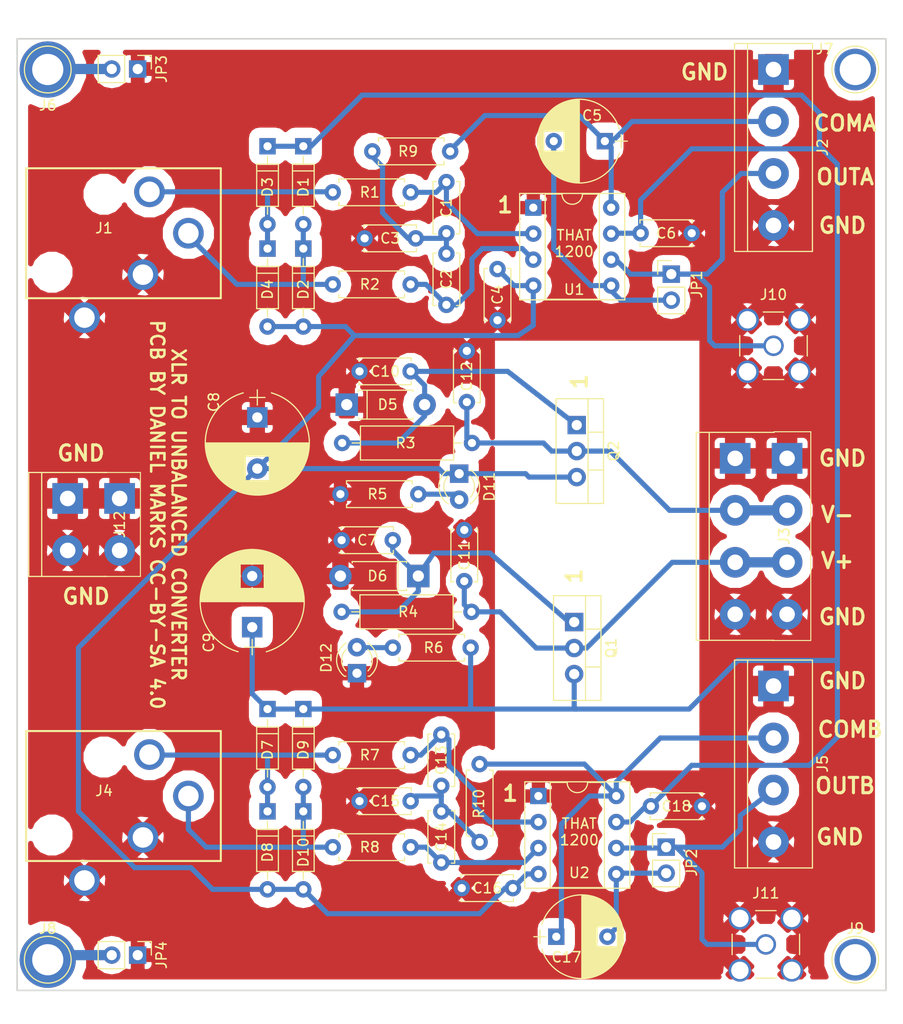
<source format=kicad_pcb>
(kicad_pcb (version 4) (host pcbnew 4.0.7)
  (layers (0 F.Cu signal) (31 B.Cu signal) (34 B.Paste user) (35 F.Paste user) (36 B.SilkS user) (37 F.SilkS user) (38 B.Mask user) (39 F.Mask user) (44 Edge.Cuts user))
  (net 0 "")
  (net 1 "Net-(C1-Pad1)")
  (net 2 "Net-(C1-Pad2)")
  (net 3 "Net-(C2-Pad1)")
  (net 4 GND)
  (net 5 VEE)
  (net 6 "Net-(C5-Pad1)")
  (net 7 "Net-(C5-Pad2)")
  (net 8 "Net-(C7-Pad2)")
  (net 9 "Net-(D1-Pad2)")
  (net 10 VCC)
  (net 11 "Net-(C10-Pad1)")
  (net 12 "Net-(D3-Pad2)")
  (net 13 "Net-(C11-Pad2)")
  (net 14 "Net-(C12-Pad1)")
  (net 15 "Net-(C13-Pad1)")
  (net 16 "Net-(C13-Pad2)")
  (net 17 "Net-(C14-Pad1)")
  (net 18 "Net-(C17-Pad1)")
  (net 19 "Net-(C17-Pad2)")
  (net 20 "Net-(D7-Pad2)")
  (net 21 "Net-(D10-Pad1)")
  (net 22 "Net-(J10-Pad1)")
  (net 23 "Net-(J11-Pad1)")
  (net 24 "Net-(D11-Pad2)")
  (net 25 "Net-(D12-Pad2)")
  (net 26 "Net-(J6-Pad1)")
  (net 27 "Net-(J8-Pad1)")
  (module Capacitors_THT:C_Disc_D5.0mm_W2.5mm_P5.00mm (layer F.Cu) (at 144 78 90)
    (fp_text reference C1 (at 2.5 0 90) (layer F.SilkS))
    (fp_text value "470 pF")
    (pad 1 thru_hole circle (at 0 0 90) (size 1.6 1.6) (drill 0.8) (layers *.Cu *.Mask) (net 1 "Net-(C1-Pad1)"))
    (pad 2 thru_hole circle (at 5 0 90) (size 1.6 1.6) (drill 0.8) (layers *.Cu *.Mask) (net 2 "Net-(C1-Pad2)"))
  )
  (module Capacitors_THT:C_Disc_D5.0mm_W2.5mm_P5.00mm (layer F.Cu) (at 144 85 90)
    (fp_text reference C2 (at 2.5 0 90) (layer F.SilkS))
    (fp_text value "470 pF")
    (pad 1 thru_hole circle (at 0 0 90) (size 1.6 1.6) (drill 0.8) (layers *.Cu *.Mask) (net 3 "Net-(C2-Pad1)"))
    (pad 2 thru_hole circle (at 5 0 90) (size 1.6 1.6) (drill 0.8) (layers *.Cu *.Mask) (net 1 "Net-(C1-Pad1)"))
  )
  (module Capacitors_THT:C_Disc_D5.0mm_W2.5mm_P5.00mm (layer F.Cu) (at 136 78.5)
    (fp_text reference C3 (at 2.5 0) (layer F.SilkS))
    (fp_text value "100 pF")
    (pad 1 thru_hole circle (at 0 0) (size 1.6 1.6) (drill 0.8) (layers *.Cu *.Mask) (net 4 GND))
    (pad 2 thru_hole circle (at 5 0) (size 1.6 1.6) (drill 0.8) (layers *.Cu *.Mask) (net 1 "Net-(C1-Pad1)"))
  )
  (module Capacitors_THT:C_Disc_D5.0mm_W2.5mm_P5.00mm (layer F.Cu) (at 149 86.5 90)
    (fp_text reference C4 (at 2.5 0 90) (layer F.SilkS))
    (fp_text value "100 nF")
    (pad 1 thru_hole circle (at 0 0 90) (size 1.6 1.6) (drill 0.8) (layers *.Cu *.Mask) (net 4 GND))
    (pad 2 thru_hole circle (at 5 0 90) (size 1.6 1.6) (drill 0.8) (layers *.Cu *.Mask) (net 5 VEE))
  )
  (module Capacitors_THT:C_Disc_D5.0mm_W2.5mm_P5.00mm (layer F.Cu) (at 163 78)
    (fp_text reference C6 (at 2.5 0) (layer F.SilkS))
    (fp_text value "100 nF")
    (pad 1 thru_hole circle (at 0 0) (size 1.6 1.6) (drill 0.8) (layers *.Cu *.Mask) (net 10 VCC))
    (pad 2 thru_hole circle (at 5 0) (size 1.6 1.6) (drill 0.8) (layers *.Cu *.Mask) (net 4 GND))
  )
  (module Capacitors_THT:C_Disc_D5.0mm_W2.5mm_P5.00mm (layer F.Cu) (at 133.75 108)
    (fp_text reference C7 (at 2.5 0) (layer F.SilkS))
    (fp_text value "100 nF")
    (pad 1 thru_hole circle (at 0 0) (size 1.6 1.6) (drill 0.8) (layers *.Cu *.Mask) (net 4 GND))
    (pad 2 thru_hole circle (at 5 0) (size 1.6 1.6) (drill 0.8) (layers *.Cu *.Mask) (net 8 "Net-(C7-Pad2)"))
  )
  (module Capacitors_THT:CP_Radial_D10.0mm_P5.00mm (layer F.Cu) (at 125.5 96 270)
    (fp_text reference C8 (at -1.5 4.25 270) (layer F.SilkS))
    (fp_text value "100 uF")
    (pad 1 thru_hole rect (at 0 0 270) (size 2 2) (drill 1) (layers *.Cu *.Mask) (net 4 GND))
    (pad 2 thru_hole circle (at 5 0 270) (size 2 2) (drill 1) (layers *.Cu *.Mask) (net 5 VEE))
  )
  (module Capacitors_THT:CP_Radial_D10.0mm_P5.00mm (layer F.Cu) (at 125 116.5 90)
    (fp_text reference C9 (at -1.5 -4.25 90) (layer F.SilkS))
    (fp_text value "100 uF")
    (pad 1 thru_hole rect (at 0 0 90) (size 2 2) (drill 1) (layers *.Cu *.Mask) (net 10 VCC))
    (pad 2 thru_hole circle (at 5 0 90) (size 2 2) (drill 1) (layers *.Cu *.Mask) (net 4 GND))
  )
  (module Diodes_THT:D_DO-35_SOD27_P7.62mm_Horizontal (layer F.Cu) (at 130 69.5 270)
    (fp_text reference D1 (at 4 0 270) (layer F.SilkS))
    (fp_text value 1N4148)
    (pad 1 thru_hole rect (at 0 0 270) (size 1.6 1.6) (drill 0.8) (layers *.Cu *.Mask) (net 10 VCC))
    (pad 2 thru_hole oval (at 7.62 0 270) (size 1.6 1.6) (drill 0.8) (layers *.Cu *.Mask) (net 9 "Net-(D1-Pad2)"))
  )
  (module Diodes_THT:D_DO-35_SOD27_P7.62mm_Horizontal (layer F.Cu) (at 130 79.5 270)
    (fp_text reference D2 (at 4 0 270) (layer F.SilkS))
    (fp_text value 1N4148)
    (pad 1 thru_hole rect (at 0 0 270) (size 1.6 1.6) (drill 0.8) (layers *.Cu *.Mask) (net 9 "Net-(D1-Pad2)"))
    (pad 2 thru_hole oval (at 7.62 0 270) (size 1.6 1.6) (drill 0.8) (layers *.Cu *.Mask) (net 5 VEE))
  )
  (module Diodes_THT:D_DO-35_SOD27_P7.62mm_Horizontal (layer F.Cu) (at 126.5 69.5 270)
    (fp_text reference D3 (at 4 0 270) (layer F.SilkS))
    (fp_text value 1N4148)
    (pad 1 thru_hole rect (at 0 0 270) (size 1.6 1.6) (drill 0.8) (layers *.Cu *.Mask) (net 10 VCC))
    (pad 2 thru_hole oval (at 7.62 0 270) (size 1.6 1.6) (drill 0.8) (layers *.Cu *.Mask) (net 12 "Net-(D3-Pad2)"))
  )
  (module Diodes_THT:D_DO-35_SOD27_P7.62mm_Horizontal (layer F.Cu) (at 126.5 79.5 270)
    (fp_text reference D4 (at 4 0 270) (layer F.SilkS))
    (fp_text value 1N4148)
    (pad 1 thru_hole rect (at 0 0 270) (size 1.6 1.6) (drill 0.8) (layers *.Cu *.Mask) (net 12 "Net-(D3-Pad2)"))
    (pad 2 thru_hole oval (at 7.62 0 270) (size 1.6 1.6) (drill 0.8) (layers *.Cu *.Mask) (net 5 VEE))
  )
  (module Diodes_THT:D_DO-41_SOD81_P7.62mm_Horizontal (layer F.Cu) (at 134.25 94.75)
    (fp_text reference D5 (at 4 0) (layer F.SilkS))
    (fp_text value 1N4742)
    (pad 1 thru_hole rect (at 0 0) (size 2.2 2.2) (drill 1.1) (layers *.Cu *.Mask) (net 4 GND))
    (pad 2 thru_hole oval (at 7.62 0) (size 2.2 2.2) (drill 1.1) (layers *.Cu *.Mask) (net 11 "Net-(C10-Pad1)"))
  )
  (module Diodes_THT:D_DO-41_SOD81_P7.62mm_Horizontal (layer F.Cu) (at 141.25 111.5 180)
    (fp_text reference D6 (at 4 0 180) (layer F.SilkS))
    (fp_text value 1N4742)
    (pad 1 thru_hole rect (at 0 0 180) (size 2.2 2.2) (drill 1.1) (layers *.Cu *.Mask) (net 8 "Net-(C7-Pad2)"))
    (pad 2 thru_hole oval (at 7.62 0 180) (size 2.2 2.2) (drill 1.1) (layers *.Cu *.Mask) (net 4 GND))
  )
  (module Pin_Headers:Pin_Header_Straight_1x02_Pitch2.54mm (layer F.Cu) (at 166 82)
    (fp_text reference JP1 (at 2.5 1 90) (layer F.SilkS))
    (fp_text value Jumper_NO_Small)
    (pad 1 thru_hole rect (at 0 0) (size 1.7 1.7) (drill 1) (layers *.Cu *.Mask) (net 22 "Net-(J10-Pad1)"))
    (pad 2 thru_hole oval (at 0 2.54) (size 1.7 1.7) (drill 1) (layers *.Cu *.Mask) (net 7 "Net-(C5-Pad2)"))
  )
  (module TO_SOT_Packages_THT:TO-220-3_Vertical (layer F.Cu) (at 156.5 116 270)
    (fp_text reference Q1 (at 2.54 -3.62 270) (layer F.SilkS))
    (fp_text value TIP41C)
    (pad 1 thru_hole rect (at 0 0 270) (size 1.8 1.8) (drill 1) (layers *.Cu *.Mask) (net 8 "Net-(C7-Pad2)"))
    (pad 2 thru_hole oval (at 2.54 0 270) (size 1.8 1.8) (drill 1) (layers *.Cu *.Mask) (net 13 "Net-(C11-Pad2)"))
    (pad 3 thru_hole oval (at 5.08 0 270) (size 1.8 1.8) (drill 1) (layers *.Cu *.Mask) (net 10 VCC))
  )
  (module Resistors_THT:R_Axial_DIN0207_L6.3mm_D2.5mm_P7.62mm_Horizontal (layer F.Cu) (at 140.5 74 180)
    (fp_text reference R1 (at 4 0 180) (layer F.SilkS))
    (fp_text value 100R)
    (pad 1 thru_hole circle (at 0 0 180) (size 1.6 1.6) (drill 0.8) (layers *.Cu *.Mask) (net 2 "Net-(C1-Pad2)"))
    (pad 2 thru_hole oval (at 7.62 0 180) (size 1.6 1.6) (drill 0.8) (layers *.Cu *.Mask) (net 12 "Net-(D3-Pad2)"))
  )
  (module Resistors_THT:R_Axial_DIN0207_L6.3mm_D2.5mm_P7.62mm_Horizontal (layer F.Cu) (at 140.5 83 180)
    (fp_text reference R2 (at 4 0 180) (layer F.SilkS))
    (fp_text value 100R)
    (pad 1 thru_hole circle (at 0 0 180) (size 1.6 1.6) (drill 0.8) (layers *.Cu *.Mask) (net 3 "Net-(C2-Pad1)"))
    (pad 2 thru_hole oval (at 7.62 0 180) (size 1.6 1.6) (drill 0.8) (layers *.Cu *.Mask) (net 9 "Net-(D1-Pad2)"))
  )
  (module Resistors_THT:R_Axial_DIN0309_L9.0mm_D3.2mm_P12.70mm_Horizontal (layer F.Cu) (at 146.5 98.5 180)
    (fp_text reference R3 (at 6.5 0 180) (layer F.SilkS))
    (fp_text value 6k8)
    (pad 1 thru_hole circle (at 0 0 180) (size 1.6 1.6) (drill 0.8) (layers *.Cu *.Mask) (net 14 "Net-(C12-Pad1)"))
    (pad 2 thru_hole oval (at 12.7 0 180) (size 1.6 1.6) (drill 0.8) (layers *.Cu *.Mask) (net 11 "Net-(C10-Pad1)"))
  )
  (module Resistors_THT:R_Axial_DIN0309_L9.0mm_D3.2mm_P12.70mm_Horizontal (layer F.Cu) (at 133.75 115)
    (fp_text reference R4 (at 6.5 0) (layer F.SilkS))
    (fp_text value 6k8)
    (pad 1 thru_hole circle (at 0 0) (size 1.6 1.6) (drill 0.8) (layers *.Cu *.Mask) (net 8 "Net-(C7-Pad2)"))
    (pad 2 thru_hole oval (at 12.7 0) (size 1.6 1.6) (drill 0.8) (layers *.Cu *.Mask) (net 13 "Net-(C11-Pad2)"))
  )
  (module Housings_DIP:DIP-8_W7.62mm_Socket (layer F.Cu) (at 152.5 75.5)
    (fp_text reference U1 (at 4 8) (layer F.SilkS))
    (fp_text value THAT1200)
    (pad 1 thru_hole rect (at 0 0) (size 1.6 1.6) (drill 0.8) (layers *.Cu *.Mask) (net 4 GND))
    (pad 5 thru_hole oval (at 7.62 7.62) (size 1.6 1.6) (drill 0.8) (layers *.Cu *.Mask) (net 7 "Net-(C5-Pad2)"))
    (pad 2 thru_hole oval (at 0 2.54) (size 1.6 1.6) (drill 0.8) (layers *.Cu *.Mask) (net 2 "Net-(C1-Pad2)"))
    (pad 6 thru_hole oval (at 7.62 5.08) (size 1.6 1.6) (drill 0.8) (layers *.Cu *.Mask) (net 22 "Net-(J10-Pad1)"))
    (pad 3 thru_hole oval (at 0 5.08) (size 1.6 1.6) (drill 0.8) (layers *.Cu *.Mask) (net 3 "Net-(C2-Pad1)"))
    (pad 7 thru_hole oval (at 7.62 2.54) (size 1.6 1.6) (drill 0.8) (layers *.Cu *.Mask) (net 10 VCC))
    (pad 4 thru_hole oval (at 0 7.62) (size 1.6 1.6) (drill 0.8) (layers *.Cu *.Mask) (net 5 VEE))
    (pad 8 thru_hole oval (at 7.62 0) (size 1.6 1.6) (drill 0.8) (layers *.Cu *.Mask) (net 6 "Net-(C5-Pad1)"))
  )
  (module Capacitors_THT:C_Disc_D5.0mm_W2.5mm_P5.00mm (layer F.Cu) (at 140.5 91.5 180)
    (fp_text reference C10 (at 2.5 0 180) (layer F.SilkS))
    (fp_text value "100 nF")
    (pad 1 thru_hole circle (at 0 0 180) (size 1.6 1.6) (drill 0.8) (layers *.Cu *.Mask) (net 11 "Net-(C10-Pad1)"))
    (pad 2 thru_hole circle (at 5 0 180) (size 1.6 1.6) (drill 0.8) (layers *.Cu *.Mask) (net 4 GND))
  )
  (module Resistors_THT:R_Axial_DIN0207_L6.3mm_D2.5mm_P7.62mm_Horizontal (layer F.Cu) (at 141.25 103.5 180)
    (fp_text reference R5 (at 4 0 180) (layer F.SilkS))
    (fp_text value 2k2)
    (pad 1 thru_hole circle (at 0 0 180) (size 1.6 1.6) (drill 0.8) (layers *.Cu *.Mask) (net 24 "Net-(D11-Pad2)"))
    (pad 2 thru_hole oval (at 7.62 0 180) (size 1.6 1.6) (drill 0.8) (layers *.Cu *.Mask) (net 4 GND))
  )
  (module Resistors_THT:R_Axial_DIN0207_L6.3mm_D2.5mm_P7.62mm_Horizontal (layer F.Cu) (at 138.75 118.5)
    (fp_text reference R6 (at 4 0) (layer F.SilkS))
    (fp_text value 2k2)
    (pad 1 thru_hole circle (at 0 0) (size 1.6 1.6) (drill 0.8) (layers *.Cu *.Mask) (net 25 "Net-(D12-Pad2)"))
    (pad 2 thru_hole oval (at 7.62 0) (size 1.6 1.6) (drill 0.8) (layers *.Cu *.Mask) (net 10 VCC))
  )
  (module Capacitors_THT:C_Disc_D5.0mm_W2.5mm_P5.00mm (layer F.Cu) (at 145.75 107 270)
    (fp_text reference C11 (at 2.5 0 270) (layer F.SilkS))
    (fp_text value "100 nF")
    (pad 1 thru_hole circle (at 0 0 270) (size 1.6 1.6) (drill 0.8) (layers *.Cu *.Mask) (net 4 GND))
    (pad 2 thru_hole circle (at 5 0 270) (size 1.6 1.6) (drill 0.8) (layers *.Cu *.Mask) (net 13 "Net-(C11-Pad2)"))
  )
  (module Capacitors_THT:C_Disc_D5.0mm_W2.5mm_P5.00mm (layer F.Cu) (at 146 94.5 90)
    (fp_text reference C12 (at 2.5 0 90) (layer F.SilkS))
    (fp_text value "100 nF")
    (pad 1 thru_hole circle (at 0 0 90) (size 1.6 1.6) (drill 0.8) (layers *.Cu *.Mask) (net 14 "Net-(C12-Pad1)"))
    (pad 2 thru_hole circle (at 5 0 90) (size 1.6 1.6) (drill 0.8) (layers *.Cu *.Mask) (net 4 GND))
  )
  (module TO_SOT_Packages_THT:TO-220-3_Vertical (layer F.Cu) (at 156.75 96.75 270)
    (fp_text reference Q2 (at 2.54 -3.62 270) (layer F.SilkS))
    (fp_text value TIP42C)
    (pad 1 thru_hole rect (at 0 0 270) (size 1.8 1.8) (drill 1) (layers *.Cu *.Mask) (net 11 "Net-(C10-Pad1)"))
    (pad 2 thru_hole oval (at 2.54 0 270) (size 1.8 1.8) (drill 1) (layers *.Cu *.Mask) (net 14 "Net-(C12-Pad1)"))
    (pad 3 thru_hole oval (at 5.08 0 270) (size 1.8 1.8) (drill 1) (layers *.Cu *.Mask) (net 5 VEE))
  )
  (module Capacitors_THT:C_Disc_D5.0mm_W2.5mm_P5.00mm (layer F.Cu) (at 143.5 132 90)
    (fp_text reference C13 (at 2.5 0 90) (layer F.SilkS))
    (fp_text value "470 pF")
    (pad 1 thru_hole circle (at 0 0 90) (size 1.6 1.6) (drill 0.8) (layers *.Cu *.Mask) (net 15 "Net-(C13-Pad1)"))
    (pad 2 thru_hole circle (at 5 0 90) (size 1.6 1.6) (drill 0.8) (layers *.Cu *.Mask) (net 16 "Net-(C13-Pad2)"))
  )
  (module Capacitors_THT:C_Disc_D5.0mm_W2.5mm_P5.00mm (layer F.Cu) (at 143.5 139.5 90)
    (fp_text reference C14 (at 2.5 0 90) (layer F.SilkS))
    (fp_text value "470 pF")
    (pad 1 thru_hole circle (at 0 0 90) (size 1.6 1.6) (drill 0.8) (layers *.Cu *.Mask) (net 17 "Net-(C14-Pad1)"))
    (pad 2 thru_hole circle (at 5 0 90) (size 1.6 1.6) (drill 0.8) (layers *.Cu *.Mask) (net 15 "Net-(C13-Pad1)"))
  )
  (module Capacitors_THT:C_Disc_D5.0mm_W2.5mm_P5.00mm (layer F.Cu) (at 135.5 133.5)
    (fp_text reference C15 (at 2.5 0) (layer F.SilkS))
    (fp_text value "100 pF")
    (pad 1 thru_hole circle (at 0 0) (size 1.6 1.6) (drill 0.8) (layers *.Cu *.Mask) (net 4 GND))
    (pad 2 thru_hole circle (at 5 0) (size 1.6 1.6) (drill 0.8) (layers *.Cu *.Mask) (net 15 "Net-(C13-Pad1)"))
  )
  (module Capacitors_THT:C_Disc_D5.0mm_W2.5mm_P5.00mm (layer F.Cu) (at 145.5 142)
    (fp_text reference C16 (at 2.5 0) (layer F.SilkS))
    (fp_text value "100 nF")
    (pad 1 thru_hole circle (at 0 0) (size 1.6 1.6) (drill 0.8) (layers *.Cu *.Mask) (net 4 GND))
    (pad 2 thru_hole circle (at 5 0) (size 1.6 1.6) (drill 0.8) (layers *.Cu *.Mask) (net 5 VEE))
  )
  (module Capacitors_THT:C_Disc_D5.0mm_W2.5mm_P5.00mm (layer F.Cu) (at 164 134)
    (fp_text reference C18 (at 2.5 0) (layer F.SilkS))
    (fp_text value "100 nF")
    (pad 1 thru_hole circle (at 0 0) (size 1.6 1.6) (drill 0.8) (layers *.Cu *.Mask) (net 10 VCC))
    (pad 2 thru_hole circle (at 5 0) (size 1.6 1.6) (drill 0.8) (layers *.Cu *.Mask) (net 4 GND))
  )
  (module Diodes_THT:D_DO-35_SOD27_P7.62mm_Horizontal (layer F.Cu) (at 126.5 124.5 270)
    (fp_text reference D7 (at 4 0 270) (layer F.SilkS))
    (fp_text value 1N4148)
    (pad 1 thru_hole rect (at 0 0 270) (size 1.6 1.6) (drill 0.8) (layers *.Cu *.Mask) (net 10 VCC))
    (pad 2 thru_hole oval (at 7.62 0 270) (size 1.6 1.6) (drill 0.8) (layers *.Cu *.Mask) (net 20 "Net-(D7-Pad2)"))
  )
  (module Diodes_THT:D_DO-35_SOD27_P7.62mm_Horizontal (layer F.Cu) (at 126.5 134.5 270)
    (fp_text reference D8 (at 4 0 270) (layer F.SilkS))
    (fp_text value 1N4148)
    (pad 1 thru_hole rect (at 0 0 270) (size 1.6 1.6) (drill 0.8) (layers *.Cu *.Mask) (net 20 "Net-(D7-Pad2)"))
    (pad 2 thru_hole oval (at 7.62 0 270) (size 1.6 1.6) (drill 0.8) (layers *.Cu *.Mask) (net 5 VEE))
  )
  (module Diodes_THT:D_DO-35_SOD27_P7.62mm_Horizontal (layer F.Cu) (at 130 124.5 270)
    (fp_text reference D9 (at 4 0 270) (layer F.SilkS))
    (fp_text value 1N4148)
    (pad 1 thru_hole rect (at 0 0 270) (size 1.6 1.6) (drill 0.8) (layers *.Cu *.Mask) (net 10 VCC))
    (pad 2 thru_hole oval (at 7.62 0 270) (size 1.6 1.6) (drill 0.8) (layers *.Cu *.Mask) (net 21 "Net-(D10-Pad1)"))
  )
  (module Diodes_THT:D_DO-35_SOD27_P7.62mm_Horizontal (layer F.Cu) (at 130 134.5 270)
    (fp_text reference D10 (at 4 0 270) (layer F.SilkS))
    (fp_text value 1N4148)
    (pad 1 thru_hole rect (at 0 0 270) (size 1.6 1.6) (drill 0.8) (layers *.Cu *.Mask) (net 21 "Net-(D10-Pad1)"))
    (pad 2 thru_hole oval (at 7.62 0 270) (size 1.6 1.6) (drill 0.8) (layers *.Cu *.Mask) (net 5 VEE))
  )
  (module Pin_Headers:Pin_Header_Straight_1x02_Pitch2.54mm (layer F.Cu) (at 165.5 138)
    (fp_text reference JP2 (at 2.5 1.5 90) (layer F.SilkS))
    (fp_text value Jumper_NO_Small)
    (pad 1 thru_hole rect (at 0 0) (size 1.7 1.7) (drill 1) (layers *.Cu *.Mask) (net 23 "Net-(J11-Pad1)"))
    (pad 2 thru_hole oval (at 0 2.54) (size 1.7 1.7) (drill 1) (layers *.Cu *.Mask) (net 19 "Net-(C17-Pad2)"))
  )
  (module Resistors_THT:R_Axial_DIN0207_L6.3mm_D2.5mm_P7.62mm_Horizontal (layer F.Cu) (at 140.5 129 180)
    (fp_text reference R7 (at 4 0 180) (layer F.SilkS))
    (fp_text value 100R)
    (pad 1 thru_hole circle (at 0 0 180) (size 1.6 1.6) (drill 0.8) (layers *.Cu *.Mask) (net 16 "Net-(C13-Pad2)"))
    (pad 2 thru_hole oval (at 7.62 0 180) (size 1.6 1.6) (drill 0.8) (layers *.Cu *.Mask) (net 20 "Net-(D7-Pad2)"))
  )
  (module Resistors_THT:R_Axial_DIN0207_L6.3mm_D2.5mm_P7.62mm_Horizontal (layer F.Cu) (at 140.5 138 180)
    (fp_text reference R8 (at 4 0 180) (layer F.SilkS))
    (fp_text value 100R)
    (pad 1 thru_hole circle (at 0 0 180) (size 1.6 1.6) (drill 0.8) (layers *.Cu *.Mask) (net 17 "Net-(C14-Pad1)"))
    (pad 2 thru_hole oval (at 7.62 0 180) (size 1.6 1.6) (drill 0.8) (layers *.Cu *.Mask) (net 21 "Net-(D10-Pad1)"))
  )
  (module Housings_DIP:DIP-8_W7.62mm_Socket (layer F.Cu) (at 153 133)
    (fp_text reference U2 (at 4 7.5) (layer F.SilkS))
    (fp_text value THAT1200)
    (pad 1 thru_hole rect (at 0 0) (size 1.6 1.6) (drill 0.8) (layers *.Cu *.Mask) (net 4 GND))
    (pad 5 thru_hole oval (at 7.62 7.62) (size 1.6 1.6) (drill 0.8) (layers *.Cu *.Mask) (net 19 "Net-(C17-Pad2)"))
    (pad 2 thru_hole oval (at 0 2.54) (size 1.6 1.6) (drill 0.8) (layers *.Cu *.Mask) (net 16 "Net-(C13-Pad2)"))
    (pad 6 thru_hole oval (at 7.62 5.08) (size 1.6 1.6) (drill 0.8) (layers *.Cu *.Mask) (net 23 "Net-(J11-Pad1)"))
    (pad 3 thru_hole oval (at 0 5.08) (size 1.6 1.6) (drill 0.8) (layers *.Cu *.Mask) (net 17 "Net-(C14-Pad1)"))
    (pad 7 thru_hole oval (at 7.62 2.54) (size 1.6 1.6) (drill 0.8) (layers *.Cu *.Mask) (net 10 VCC))
    (pad 4 thru_hole oval (at 0 7.62) (size 1.6 1.6) (drill 0.8) (layers *.Cu *.Mask) (net 5 VEE))
    (pad 8 thru_hole oval (at 7.62 0) (size 1.6 1.6) (drill 0.8) (layers *.Cu *.Mask) (net 18 "Net-(C17-Pad1)"))
  )
  (module Connectors:1pin (layer F.Cu) (at 105 62)
    (fp_text reference J6 (at 0 3.5) (layer F.SilkS))
    (fp_text value Conn_01x01)
    (pad 1 thru_hole circle (at 0 0) (size 5.5 5.5) (drill 3.048) (layers *.Cu *.Mask) (net 26 "Net-(J6-Pad1)"))
  )
  (module Connectors:1pin (layer F.Cu) (at 184 62)
    (fp_text reference J7 (at -3 -2) (layer F.SilkS))
    (fp_text value Conn_01x01)
    (pad 1 thru_hole circle (at 0 0) (size 4.064 4.064) (drill 3.048) (layers *.Cu *.Mask))
  )
  (module Connectors:1pin (layer F.Cu) (at 105 149)
    (fp_text reference J8 (at 0 -3.048) (layer F.SilkS))
    (fp_text value Conn_01x01)
    (pad 1 thru_hole circle (at 0 0) (size 5.5 5.5) (drill 3.048) (layers *.Cu *.Mask) (net 27 "Net-(J8-Pad1)"))
  )
  (module Connectors:1pin (layer F.Cu) (at 184 149)
    (fp_text reference J9 (at 0 -3.048) (layer F.SilkS))
    (fp_text value Conn_01x01)
    (pad 1 thru_hole circle (at 0 0) (size 4.064 4.064) (drill 3.048) (layers *.Cu *.Mask))
  )
  (module Connectors:SMA_THT_Jack_Straight (layer F.Cu) (at 176 89)
    (fp_text reference J10 (at 0 -5) (layer F.SilkS))
    (fp_text value SMAPCB)
    (pad 2 thru_hole circle (at -2.54 2.54) (size 2.2 2.2) (drill 1.7) (layers *.Cu *.Mask) (net 4 GND))
    (pad 2 thru_hole circle (at -2.54 -2.54) (size 2.2 2.2) (drill 1.7) (layers *.Cu *.Mask) (net 4 GND))
    (pad 2 thru_hole circle (at 2.54 -2.54) (size 2.2 2.2) (drill 1.7) (layers *.Cu *.Mask) (net 4 GND))
    (pad 2 thru_hole circle (at 2.54 2.54) (size 2.2 2.2) (drill 1.7) (layers *.Cu *.Mask) (net 4 GND))
    (pad 1 thru_hole circle (at 0 0) (size 2 2) (drill 1.5) (layers *.Cu *.Mask) (net 22 "Net-(J10-Pad1)"))
  )
  (module Connectors:SMA_THT_Jack_Straight (layer F.Cu) (at 175.25 147.5)
    (fp_text reference J11 (at 0 -5) (layer F.SilkS))
    (fp_text value SMAPCB)
    (pad 2 thru_hole circle (at -2.54 2.54) (size 2.2 2.2) (drill 1.7) (layers *.Cu *.Mask) (net 4 GND))
    (pad 2 thru_hole circle (at -2.54 -2.54) (size 2.2 2.2) (drill 1.7) (layers *.Cu *.Mask) (net 4 GND))
    (pad 2 thru_hole circle (at 2.54 -2.54) (size 2.2 2.2) (drill 1.7) (layers *.Cu *.Mask) (net 4 GND))
    (pad 2 thru_hole circle (at 2.54 2.54) (size 2.2 2.2) (drill 1.7) (layers *.Cu *.Mask) (net 4 GND))
    (pad 1 thru_hole circle (at 0 0) (size 2 2) (drill 1.5) (layers *.Cu *.Mask) (net 23 "Net-(J11-Pad1)"))
  )
  (module XLRtoBal:IOXLR3FEH (layer F.Cu) (at 110.5 78 180)
    (fp_text reference J1 (at 0 0.5 180) (layer F.SilkS))
    (fp_text value XLR4BODYPIN)
    (pad 3 thru_hole circle (at -8.26 0 180) (size 3 3) (drill 2) (layers *.Cu *.Mask) (net 9 "Net-(D1-Pad2)"))
    (pad 1 thru_hole circle (at -3.81 -4.05 180) (size 3 3) (drill 2) (layers *.Cu *.Mask) (net 4 GND))
    (pad "" np_thru_hole circle (at 5.08 -3.81 180) (size 2 2) (drill 2) (layers *.Cu *.Mask))
    (pad "" np_thru_hole circle (at 0 3.81 180) (size 2 2) (drill 2) (layers *.Cu *.Mask))
    (pad 2 thru_hole circle (at -4.45 4.05 180) (size 3 3) (drill 2) (layers *.Cu *.Mask) (net 12 "Net-(D3-Pad2)"))
    (pad G thru_hole circle (at 1.91 -8.25 180) (size 3 3) (drill 2) (layers *.Cu *.Mask) (net 4 GND))
  )
  (module XLRtoBal:IOXLR3FEH (layer F.Cu) (at 110.5 133 180)
    (fp_text reference J4 (at 0 0.5 180) (layer F.SilkS))
    (fp_text value XLR4BODYPIN)
    (pad 3 thru_hole circle (at -8.26 0 180) (size 3 3) (drill 2) (layers *.Cu *.Mask) (net 21 "Net-(D10-Pad1)"))
    (pad 1 thru_hole circle (at -3.81 -4.05 180) (size 3 3) (drill 2) (layers *.Cu *.Mask) (net 4 GND))
    (pad "" np_thru_hole circle (at 5.08 -3.81 180) (size 2 2) (drill 2) (layers *.Cu *.Mask))
    (pad "" np_thru_hole circle (at 0 3.81 180) (size 2 2) (drill 2) (layers *.Cu *.Mask))
    (pad 2 thru_hole circle (at -4.45 4.05 180) (size 3 3) (drill 2) (layers *.Cu *.Mask) (net 20 "Net-(D7-Pad2)"))
    (pad G thru_hole circle (at 1.91 -8.25 180) (size 3 3) (drill 2) (layers *.Cu *.Mask) (net 4 GND))
  )
  (module Capacitors_THT:CP_Radial_D8.0mm_P5.00mm (layer F.Cu) (at 159.5 69 180)
    (fp_text reference C5 (at 1.25 2.5 180) (layer F.SilkS))
    (fp_text value "220 uF")
    (pad 1 thru_hole rect (at 0 0 180) (size 1.6 1.6) (drill 0.8) (layers *.Cu *.Mask) (net 6 "Net-(C5-Pad1)"))
    (pad 2 thru_hole circle (at 5 0 180) (size 1.6 1.6) (drill 0.8) (layers *.Cu *.Mask) (net 7 "Net-(C5-Pad2)"))
  )
  (module Capacitors_THT:CP_Radial_D8.0mm_P5.00mm (layer F.Cu) (at 154.75 146.75)
    (fp_text reference C17 (at 1 2) (layer F.SilkS))
    (fp_text value "220 uF")
    (pad 1 thru_hole rect (at 0 0) (size 1.6 1.6) (drill 0.8) (layers *.Cu *.Mask) (net 18 "Net-(C17-Pad1)"))
    (pad 2 thru_hole circle (at 5 0) (size 1.6 1.6) (drill 0.8) (layers *.Cu *.Mask) (net 19 "Net-(C17-Pad2)"))
  )
  (module LEDs:LED_D3.0mm (layer F.Cu) (at 145.25 101.5 270)
    (fp_text reference D11 (at 1.27 -2.96 270) (layer F.SilkS))
    (fp_text value LED)
    (pad 1 thru_hole rect (at 0 0 270) (size 1.8 1.8) (drill 0.9) (layers *.Cu *.Mask) (net 5 VEE))
    (pad 2 thru_hole circle (at 2.54 0 270) (size 1.8 1.8) (drill 0.9) (layers *.Cu *.Mask) (net 24 "Net-(D11-Pad2)"))
  )
  (module LEDs:LED_D3.0mm (layer F.Cu) (at 135.25 121 90)
    (fp_text reference D12 (at 1.5 -3 270) (layer F.SilkS))
    (fp_text value LED)
    (pad 1 thru_hole rect (at 0 0 90) (size 1.8 1.8) (drill 0.9) (layers *.Cu *.Mask) (net 4 GND))
    (pad 2 thru_hole circle (at 2.54 0 90) (size 1.8 1.8) (drill 0.9) (layers *.Cu *.Mask) (net 25 "Net-(D12-Pad2)"))
  )
  (module Resistors_THT:R_Axial_DIN0207_L6.3mm_D2.5mm_P7.62mm_Horizontal (layer F.Cu) (at 136.75 70)
    (fp_text reference R9 (at 3.5 0) (layer F.SilkS))
    (fp_text value 4k7)
    (pad 1 thru_hole circle (at 0 0) (size 1.6 1.6) (drill 0.8) (layers *.Cu *.Mask) (net 1 "Net-(C1-Pad1)"))
    (pad 2 thru_hole oval (at 7.62 0) (size 1.6 1.6) (drill 0.8) (layers *.Cu *.Mask) (net 6 "Net-(C5-Pad1)"))
  )
  (module Resistors_THT:R_Axial_DIN0207_L6.3mm_D2.5mm_P7.62mm_Horizontal (layer F.Cu) (at 147.25 137.5 90)
    (fp_text reference R10 (at 3.75 -0.075001 90) (layer F.SilkS))
    (fp_text value 4k7)
    (pad 1 thru_hole circle (at 0 0 90) (size 1.6 1.6) (drill 0.8) (layers *.Cu *.Mask) (net 15 "Net-(C13-Pad1)"))
    (pad 2 thru_hole oval (at 7.62 0 90) (size 1.6 1.6) (drill 0.8) (layers *.Cu *.Mask) (net 18 "Net-(C17-Pad1)"))
  )
  (module Pin_Headers:Pin_Header_Straight_1x02_Pitch2.54mm (layer F.Cu) (at 113.8 61.95 270)
    (fp_text reference JP3 (at 0 -2.33 270) (layer F.SilkS))
    (fp_text value Jumper_NO_Small)
    (pad 1 thru_hole rect (at 0 0 270) (size 1.7 1.7) (drill 1) (layers *.Cu *.Mask) (net 4 GND))
    (pad 2 thru_hole oval (at 0 2.54 270) (size 1.7 1.7) (drill 1) (layers *.Cu *.Mask) (net 26 "Net-(J6-Pad1)"))
  )
  (module Pin_Headers:Pin_Header_Straight_1x02_Pitch2.54mm (layer F.Cu) (at 113.8 148.55 270)
    (fp_text reference JP4 (at 0 -2.33 270) (layer F.SilkS))
    (fp_text value Jumper_NO_Small)
    (pad 1 thru_hole rect (at 0 0 270) (size 1.7 1.7) (drill 1) (layers *.Cu *.Mask) (net 4 GND))
    (pad 2 thru_hole oval (at 0 2.54 270) (size 1.7 1.7) (drill 1) (layers *.Cu *.Mask) (net 27 "Net-(J8-Pad1)"))
  )
  (module XLRtoBal:TerminalBlock_bornier-4_P5.08mm_with_spade (layer F.Cu) (at 172.25 100 270)
    (fp_text reference J3 (at 7.6 -4.8 270) (layer F.SilkS))
    (fp_text value Conn_01x04)
    (pad 2 thru_hole circle (at 5.08 0 270) (size 3 3) (drill 1.52) (layers *.Cu *.Mask) (net 14 "Net-(C12-Pad1)"))
    (pad 3 thru_hole circle (at 10.16 0 270) (size 3 3) (drill 1.52) (layers *.Cu *.Mask) (net 13 "Net-(C11-Pad2)"))
    (pad 1 thru_hole rect (at 0 0 270) (size 3 3) (drill 1.52) (layers *.Cu *.Mask) (net 4 GND))
    (pad 4 thru_hole circle (at 15.24 0 270) (size 3 3) (drill 1.52) (layers *.Cu *.Mask) (net 4 GND))
    (pad 1 thru_hole rect (at 0 -5.08 270) (size 3 3) (drill 1.52) (layers *.Cu *.Mask) (net 4 GND))
    (pad 2 thru_hole circle (at 5.08 -5.08 270) (size 3 3) (drill 1.52) (layers *.Cu *.Mask) (net 14 "Net-(C12-Pad1)"))
    (pad 3 thru_hole circle (at 10.16 -5.08 270) (size 3 3) (drill 1.52) (layers *.Cu *.Mask) (net 13 "Net-(C11-Pad2)"))
    (pad 4 thru_hole circle (at 15.24 -5.08 270) (size 3 3) (drill 1.52) (layers *.Cu *.Mask) (net 4 GND))
  )
  (module XLRtoBal:TerminalBlock_bornier-2_P5.08mm_with_spade (layer F.Cu) (at 106.95 103.92 270)
    (fp_text reference J12 (at 2.54 -5.08 270) (layer F.SilkS))
    (fp_text value Conn_01x02)
    (pad 1 thru_hole rect (at 0 0 270) (size 3 3) (drill 1.52) (layers *.Cu *.Mask) (net 4 GND))
    (pad 2 thru_hole circle (at 5.08 0 270) (size 3 3) (drill 1.52) (layers *.Cu *.Mask) (net 4 GND))
    (pad 1 thru_hole rect (at 0 -5.08 270) (size 3 3) (drill 1.52) (layers *.Cu *.Mask) (net 4 GND))
    (pad 2 thru_hole circle (at 5.08 -5.08 270) (size 3 3) (drill 1.52) (layers *.Cu *.Mask) (net 4 GND))
  )
  (module Connectors_Terminal_Blocks:TerminalBlock_bornier-4_P5.08mm (layer F.Cu) (at 176 62 270)
    (fp_text reference J2 (at 7.6 -4.8 270) (layer F.SilkS))
    (fp_text value Conn_01x04)
    (pad 2 thru_hole circle (at 5.08 0 270) (size 3 3) (drill 1.52) (layers *.Cu *.Mask) (net 6 "Net-(C5-Pad1)"))
    (pad 3 thru_hole circle (at 10.16 0 270) (size 3 3) (drill 1.52) (layers *.Cu *.Mask) (net 22 "Net-(J10-Pad1)"))
    (pad 1 thru_hole rect (at 0 0 270) (size 3 3) (drill 1.52) (layers *.Cu *.Mask) (net 4 GND))
    (pad 4 thru_hole circle (at 15.24 0 270) (size 3 3) (drill 1.52) (layers *.Cu *.Mask) (net 4 GND))
  )
  (module Connectors_Terminal_Blocks:TerminalBlock_bornier-4_P5.08mm (layer F.Cu) (at 176 122.25 270)
    (fp_text reference J5 (at 7.6 -4.8 270) (layer F.SilkS))
    (fp_text value Conn_01x04)
    (pad 2 thru_hole circle (at 5.08 0 270) (size 3 3) (drill 1.52) (layers *.Cu *.Mask) (net 18 "Net-(C17-Pad1)"))
    (pad 3 thru_hole circle (at 10.16 0 270) (size 3 3) (drill 1.52) (layers *.Cu *.Mask) (net 23 "Net-(J11-Pad1)"))
    (pad 1 thru_hole rect (at 0 0 270) (size 3 3) (drill 1.52) (layers *.Cu *.Mask) (net 4 GND))
    (pad 4 thru_hole circle (at 15.24 0 270) (size 3 3) (drill 1.52) (layers *.Cu *.Mask) (net 4 GND))
  )
  (gr_text GND (at 108.75 113.5) (layer F.SilkS) (effects (font (size 1.5 1.5) (thickness 0.3))))
  (gr_text GND (at 108.25 99.5) (layer F.SilkS) (effects (font (size 1.5 1.5) (thickness 0.3))))
  (gr_text 1 (at 156.5 111.5 90) (layer F.SilkS) (effects (font (size 1.5 1.5) (thickness 0.3))))
  (gr_text 1 (at 157 92.5 90) (layer F.SilkS) (effects (font (size 1.5 1.5) (thickness 0.3))))
  (gr_line (start 102 152) (end 102 59) (angle 90) (layer Edge.Cuts) (width 0.15))
  (gr_line (start 187 152) (end 102 152) (angle 90) (layer Edge.Cuts) (width 0.15))
  (gr_line (start 187 59) (end 187 152) (angle 90) (layer Edge.Cuts) (width 0.15))
  (gr_line (start 102 59) (end 187 59) (angle 90) (layer Edge.Cuts) (width 0.15))
  (gr_text "XLR TO UNBALANCED CONVERTER\nPCB BY DANIEL MARKS CC-BY-SA 4.0" (at 116.75 105.5 270) (layer F.SilkS) (effects (font (size 1.3 1.3) (thickness 0.25))))
  (gr_text "THAT\n1200" (at 157 136.5) (layer F.SilkS) (effects (font (size 1 1))))
  (gr_text "THAT\n1200" (at 156.5 79) (layer F.SilkS) (effects (font (size 1 1))))
  (gr_text 1 (at 150.25 132.75) (layer F.SilkS) (effects (font (size 1.5 1.5) (thickness 0.3))))
  (gr_text GND (at 182.75 121.75) (layer F.SilkS) (effects (font (size 1.5 1.5) (thickness 0.3))))
  (gr_text COMB (at 183.5 126.5) (layer F.SilkS) (effects (font (size 1.5 1.5) (thickness 0.3))))
  (gr_text OUTB (at 183 132) (layer F.SilkS) (effects (font (size 1.5 1.5) (thickness 0.3))))
  (gr_text GND (at 182.5 137) (layer F.SilkS) (effects (font (size 1.5 1.5) (thickness 0.3))))
  (gr_text 1 (at 149.75 75.25) (layer F.SilkS) (effects (font (size 1.5 1.5) (thickness 0.3))))
  (gr_text V+ (at 182.25 110) (layer F.SilkS) (effects (font (size 1.5 1.5) (thickness 0.3))))
  (gr_text V- (at 182.25 105.5) (layer F.SilkS) (effects (font (size 1.5 1.5) (thickness 0.3))))
  (gr_text GND (at 182.75 115.5) (layer F.SilkS) (effects (font (size 1.5 1.5) (thickness 0.3))))
  (gr_text GND (at 182.75 100) (layer F.SilkS) (effects (font (size 1.5 1.5) (thickness 0.3))))
  (gr_text GND (at 169.25 62.25) (layer F.SilkS) (effects (font (size 1.5 1.5) (thickness 0.3))))
  (gr_text GND (at 182.75 77.25) (layer F.SilkS) (effects (font (size 1.5 1.5) (thickness 0.3))))
  (gr_text COMA (at 183 67.25) (layer F.SilkS) (effects (font (size 1.5 1.5) (thickness 0.3))))
  (gr_text OUTA (at 183 72.5) (layer F.SilkS) (effects (font (size 1.5 1.5) (thickness 0.3))))
  (segment (start 136.75 70) (end 136.75 70.5) (width 0.5) (layer B.Cu) (net 1))
  (segment (start 136.75 70.5) (end 137.75 71.5) (width 0.5) (layer B.Cu) (net 1))
  (segment (start 137.75 71.5) (end 137.75 76) (width 0.5) (layer B.Cu) (net 1))
  (segment (start 137.75 76) (end 140.25 78.5) (width 0.5) (layer B.Cu) (net 1))
  (segment (start 140.25 78.5) (end 141 78.5) (width 0.5) (layer B.Cu) (net 1))
  (segment (start 141 78.5) (end 143.5 78.5) (width 0.5) (layer B.Cu) (net 1))
  (segment (start 143.5 78.5) (end 144 78) (width 0.5) (layer B.Cu) (net 1))
  (segment (start 144 78) (end 144 80) (width 0.5) (layer B.Cu) (net 1))
  (segment (start 144 73) (end 144 75) (width 0.5) (layer B.Cu) (net 2))
  (segment (start 147.04 78.04) (end 152.5 78.04) (width 0.5) (layer B.Cu) (net 2))
  (segment (start 144 75) (end 147.04 78.04) (width 0.5) (layer B.Cu) (net 2))
  (segment (start 140.5 74) (end 143 74) (width 0.5) (layer B.Cu) (net 2))
  (segment (start 143 74) (end 144 73) (width 0.5) (layer B.Cu) (net 2))
  (segment (start 144 85) (end 145 85) (width 0.5) (layer B.Cu) (net 3))
  (segment (start 151.42 79.5) (end 152.5 80.58) (width 0.5) (layer B.Cu) (net 3))
  (segment (start 147.5 79.5) (end 151.42 79.5) (width 0.5) (layer B.Cu) (net 3))
  (segment (start 146.5 80.5) (end 147.5 79.5) (width 0.5) (layer B.Cu) (net 3))
  (segment (start 146.5 83.5) (end 146.5 80.5) (width 0.5) (layer B.Cu) (net 3))
  (segment (start 145 85) (end 146.5 83.5) (width 0.5) (layer B.Cu) (net 3))
  (segment (start 144 85) (end 144 84.5) (width 0.5) (layer B.Cu) (net 3))
  (segment (start 140.5 83) (end 142 83) (width 0.5) (layer B.Cu) (net 3))
  (segment (start 142 83) (end 144 85) (width 0.5) (layer B.Cu) (net 3))
  (segment (start 171.55 114.54) (end 172.25 115.24) (width 0.5) (layer B.Cu) (net 4))
  (segment (start 171.54 99.29) (end 172.25 100) (width 0.5) (layer B.Cu) (net 4))
  (segment (start 171.46 100.79) (end 172.25 100) (width 0.5) (layer B.Cu) (net 4))
  (segment (start 150.5 142) (end 149.75 142) (width 0.5) (layer B.Cu) (net 5))
  (segment (start 149.75 142) (end 147.25 144.5) (width 0.5) (layer B.Cu) (net 5))
  (segment (start 132.38 144.5) (end 130 142.12) (width 0.5) (layer B.Cu) (net 5))
  (segment (start 147.25 144.5) (end 132.38 144.5) (width 0.5) (layer B.Cu) (net 5))
  (segment (start 145.25 101.5) (end 151.75 101.5) (width 0.5) (layer B.Cu) (net 5))
  (segment (start 152.08 101.83) (end 156.75 101.83) (width 0.5) (layer B.Cu) (net 5))
  (segment (start 151.75 101.5) (end 152.08 101.83) (width 0.5) (layer B.Cu) (net 5))
  (segment (start 145.25 101.5) (end 143.75 101.5) (width 0.5) (layer B.Cu) (net 5))
  (segment (start 143.25 101) (end 125.5 101) (width 0.5) (layer B.Cu) (net 5))
  (segment (start 143.75 101.5) (end 143.25 101) (width 0.5) (layer B.Cu) (net 5))
  (segment (start 108 131.75) (end 108 134.5) (width 0.5) (layer B.Cu) (net 5))
  (segment (start 108 134.5) (end 113.5 140) (width 0.5) (layer B.Cu) (net 5))
  (segment (start 126.5 142.12) (end 121.12 142.12) (width 0.5) (layer B.Cu) (net 5))
  (segment (start 121.12 142.12) (end 119 140) (width 0.5) (layer B.Cu) (net 5))
  (segment (start 119 140) (end 113.5 140) (width 0.5) (layer B.Cu) (net 5))
  (segment (start 108 118.5) (end 125.5 101) (width 0.5) (layer B.Cu) (net 5))
  (segment (start 108 131.75) (end 108 118.5) (width 0.5) (layer B.Cu) (net 5))
  (segment (start 153 140.62) (end 151.88 140.62) (width 0.5) (layer B.Cu) (net 5))
  (segment (start 151.88 140.62) (end 150.5 142) (width 0.5) (layer B.Cu) (net 5))
  (segment (start 130 142.12) (end 126.5 142.12) (width 0.5) (layer B.Cu) (net 5))
  (segment (start 130 87.12) (end 134.12 87.12) (width 0.5) (layer B.Cu) (net 5))
  (segment (start 134.12 87.12) (end 135 88) (width 0.5) (layer B.Cu) (net 5))
  (segment (start 125.5 101) (end 131.5 95) (width 0.5) (layer B.Cu) (net 5))
  (segment (start 131.5 95) (end 131.5 92) (width 0.5) (layer B.Cu) (net 5))
  (segment (start 131.5 92) (end 135 88) (width 0.5) (layer B.Cu) (net 5))
  (segment (start 151 88) (end 152.5 87) (width 0.5) (layer B.Cu) (net 5))
  (segment (start 152.5 87) (end 152.5 83.12) (width 0.5) (layer B.Cu) (net 5))
  (segment (start 135 88) (end 151 88) (width 0.5) (layer B.Cu) (net 5))
  (segment (start 152.5 83.12) (end 150.62 83.12) (width 0.5) (layer B.Cu) (net 5))
  (segment (start 150.62 83.12) (end 149 81.5) (width 0.5) (layer B.Cu) (net 5))
  (segment (start 130 87.12) (end 126.5 87.12) (width 0.5) (layer B.Cu) (net 5))
  (segment (start 144.37 70) (end 144.37 69.88) (width 0.5) (layer B.Cu) (net 6))
  (segment (start 144.37 69.88) (end 147.75 66.5) (width 0.5) (layer B.Cu) (net 6))
  (segment (start 147.75 66.5) (end 157 66.5) (width 0.5) (layer B.Cu) (net 6))
  (segment (start 157 66.5) (end 159.5 69) (width 0.5) (layer B.Cu) (net 6))
  (segment (start 159.5 69) (end 160.25 69) (width 0.5) (layer B.Cu) (net 6))
  (segment (start 160.25 69) (end 162.17 67.08) (width 0.5) (layer B.Cu) (net 6))
  (segment (start 162.17 67.08) (end 176 67.08) (width 0.5) (layer B.Cu) (net 6))
  (segment (start 160.12 75.5) (end 160.12 69.62) (width 0.5) (layer B.Cu) (net 6))
  (segment (start 160.12 69.62) (end 159.5 69) (width 0.5) (layer B.Cu) (net 6))
  (segment (start 154.5 69) (end 154.5 79.5) (width 0.5) (layer B.Cu) (net 7))
  (segment (start 158.12 83.12) (end 160.12 83.12) (width 0.5) (layer B.Cu) (net 7))
  (segment (start 154.5 79.5) (end 158.12 83.12) (width 0.5) (layer B.Cu) (net 7))
  (segment (start 160.12 83.12) (end 160.12 83.62) (width 0.5) (layer B.Cu) (net 7))
  (segment (start 160.12 83.62) (end 161.04 84.54) (width 0.5) (layer B.Cu) (net 7))
  (segment (start 161.04 84.54) (end 166 84.54) (width 0.5) (layer B.Cu) (net 7))
  (segment (start 141.25 111.5) (end 141.25 113) (width 0.5) (layer B.Cu) (net 8))
  (segment (start 139.25 115) (end 133.75 115) (width 0.5) (layer B.Cu) (net 8))
  (segment (start 141.25 113) (end 139.25 115) (width 0.5) (layer B.Cu) (net 8))
  (segment (start 138.75 108) (end 138.75 109) (width 0.5) (layer B.Cu) (net 8))
  (segment (start 138.75 109) (end 141.25 111.5) (width 0.5) (layer B.Cu) (net 8))
  (segment (start 141.25 111.5) (end 142.75 109.25) (width 0.5) (layer B.Cu) (net 8))
  (segment (start 148.25 109.25) (end 156 116) (width 0.5) (layer B.Cu) (net 8))
  (segment (start 142.75 109.25) (end 148.25 109.25) (width 0.5) (layer B.Cu) (net 8))
  (segment (start 156 116) (end 156.5 116) (width 0.5) (layer B.Cu) (net 8))
  (segment (start 141.25 111.5) (end 141.25 111.25) (width 0.5) (layer B.Cu) (net 8))
  (segment (start 130 79.5) (end 130 83) (width 0.5) (layer B.Cu) (net 9))
  (segment (start 130 79.5) (end 130 77.12) (width 0.5) (layer B.Cu) (net 9))
  (segment (start 118.76 78) (end 118.76 78.26) (width 0.5) (layer B.Cu) (net 9))
  (segment (start 118.76 78.26) (end 123.5 83) (width 0.5) (layer B.Cu) (net 9))
  (segment (start 123.5 83) (end 130 83) (width 0.5) (layer B.Cu) (net 9))
  (segment (start 130 83) (end 132.88 83) (width 0.5) (layer B.Cu) (net 9))
  (segment (start 182.25 76.25) (end 182.25 76.75) (width 0.5) (layer B.Cu) (net 10))
  (segment (start 182.25 76.75) (end 182.25 111.75) (width 0.5) (layer B.Cu) (net 10))
  (segment (start 182.25 111.75) (end 182.25 115.75) (width 0.5) (layer B.Cu) (net 10))
  (segment (start 182.25 117) (end 182.25 115.75) (width 0.5) (layer B.Cu) (net 10))
  (segment (start 182.25 117.25) (end 182.25 119.75) (width 0.5) (layer B.Cu) (net 10))
  (segment (start 182.25 117) (end 182.25 117.25) (width 0.5) (layer B.Cu) (net 10))
  (segment (start 182.25 119.75) (end 172.5 119.75) (width 0.5) (layer B.Cu) (net 10))
  (segment (start 167.75 124.5) (end 172.5 119.75) (width 0.5) (layer B.Cu) (net 10))
  (segment (start 156.75 124.5) (end 167.75 124.5) (width 0.5) (layer B.Cu) (net 10))
  (segment (start 156.5 124.5) (end 156.75 124.5) (width 0.5) (layer B.Cu) (net 10))
  (segment (start 146.25 124.5) (end 156.75 124.5) (width 0.5) (layer B.Cu) (net 10))
  (segment (start 146.37 124.5) (end 146.25 124.5) (width 0.5) (layer B.Cu) (net 10))
  (segment (start 180.5 66.25) (end 180.5 69.75) (width 0.5) (layer B.Cu) (net 10))
  (segment (start 178.75 64.5) (end 180.5 66.25) (width 0.5) (layer B.Cu) (net 10))
  (segment (start 180.75 69.75) (end 180.5 69.75) (width 0.5) (layer B.Cu) (net 10))
  (segment (start 180.5 69.75) (end 168 69.75) (width 0.5) (layer B.Cu) (net 10))
  (segment (start 135.75 64.5) (end 178.75 64.5) (width 0.5) (layer B.Cu) (net 10))
  (segment (start 168 69.75) (end 163 74.75) (width 0.5) (layer B.Cu) (net 10))
  (segment (start 130 69.5) (end 130.75 69.5) (width 0.5) (layer B.Cu) (net 10))
  (segment (start 130.75 69.5) (end 135.75 64.5) (width 0.5) (layer B.Cu) (net 10))
  (segment (start 156.5 121.08) (end 156.5 124.5) (width 0.5) (layer B.Cu) (net 10))
  (segment (start 146.37 118.5) (end 146.37 124.5) (width 0.5) (layer B.Cu) (net 10))
  (segment (start 130 124.5) (end 146.25 124.5) (width 0.5) (layer B.Cu) (net 10))
  (segment (start 125 116.5) (end 125 123) (width 0.5) (layer B.Cu) (net 10))
  (segment (start 125 123) (end 126.5 124.5) (width 0.5) (layer B.Cu) (net 10))
  (segment (start 168 130) (end 164 134) (width 0.5) (layer B.Cu) (net 10))
  (segment (start 179.5 130) (end 168 130) (width 0.5) (layer B.Cu) (net 10))
  (segment (start 163 74.75) (end 163 78) (width 0.5) (layer B.Cu) (net 10))
  (segment (start 164 134) (end 163.5 134) (width 0.5) (layer B.Cu) (net 10))
  (segment (start 163.5 134) (end 161.96 135.54) (width 0.5) (layer B.Cu) (net 10))
  (segment (start 161.96 135.54) (end 160.62 135.54) (width 0.5) (layer B.Cu) (net 10))
  (segment (start 130 124.5) (end 126.5 124.5) (width 0.5) (layer B.Cu) (net 10))
  (segment (start 160.66 135.5) (end 160.62 135.54) (width 0.5) (layer B.Cu) (net 10))
  (segment (start 163 78) (end 160.16 78) (width 0.5) (layer B.Cu) (net 10))
  (segment (start 160.16 78) (end 160.12 78.04) (width 0.5) (layer B.Cu) (net 10))
  (segment (start 130 69.5) (end 126.5 69.5) (width 0.5) (layer B.Cu) (net 10))
  (segment (start 182.25 119.75) (end 182.25 127.25) (width 0.5) (layer B.Cu) (net 10))
  (segment (start 182.25 127.25) (end 179.5 130) (width 0.5) (layer B.Cu) (net 10))
  (segment (start 182.25 76.75) (end 182.25 71.25) (width 0.5) (layer B.Cu) (net 10))
  (segment (start 182.25 71.25) (end 180.75 69.75) (width 0.5) (layer B.Cu) (net 10))
  (segment (start 140.5 91.5) (end 150 91.5) (width 0.5) (layer B.Cu) (net 11))
  (segment (start 150 91.5) (end 156.75 96.75) (width 0.5) (layer B.Cu) (net 11))
  (segment (start 141.87 94.75) (end 141.87 92.87) (width 0.5) (layer B.Cu) (net 11))
  (segment (start 141.87 92.87) (end 140.5 91.5) (width 0.5) (layer B.Cu) (net 11))
  (segment (start 141.87 94.75) (end 141.87 95.88) (width 0.5) (layer B.Cu) (net 11))
  (segment (start 139.25 98.5) (end 133.8 98.5) (width 0.5) (layer B.Cu) (net 11))
  (segment (start 141.87 95.88) (end 139.25 98.5) (width 0.5) (layer B.Cu) (net 11))
  (segment (start 140.5 91.5) (end 140.5 92) (width 0.5) (layer B.Cu) (net 11))
  (segment (start 141.75 94.63) (end 141.87 94.75) (width 0.5) (layer B.Cu) (net 11))
  (segment (start 156.75 96.75) (end 156.75 96.25) (width 0.5) (layer B.Cu) (net 11))
  (segment (start 142.25 94.37) (end 141.87 94.75) (width 0.5) (layer B.Cu) (net 11))
  (segment (start 126.5 77.12) (end 126.5 79.5) (width 0.5) (layer B.Cu) (net 12))
  (segment (start 126.5 77.12) (end 126.5 73.95) (width 0.5) (layer B.Cu) (net 12))
  (segment (start 126.5 73.95) (end 126.5 74) (width 0.5) (layer B.Cu) (net 12))
  (segment (start 126.5 74) (end 126.5 73.95) (width 0.5) (layer B.Cu) (net 12))
  (segment (start 123.5 73.95) (end 126.5 73.95) (width 0.5) (layer B.Cu) (net 12))
  (segment (start 126.5 73.95) (end 132.83 73.95) (width 0.5) (layer B.Cu) (net 12))
  (segment (start 132.83 73.95) (end 132.88 74) (width 0.5) (layer B.Cu) (net 12))
  (segment (start 114.31 73.95) (end 123.5 73.95) (width 0.5) (layer B.Cu) (net 12))
  (segment (start 177.33 110.16) (end 172.25 110.16) (width 1) (layer B.Cu) (net 13))
  (segment (start 156.5 118.54) (end 157.71 118.54) (width 0.5) (layer B.Cu) (net 13))
  (segment (start 166.09 110.16) (end 172.25 110.16) (width 0.5) (layer B.Cu) (net 13))
  (segment (start 157.71 118.54) (end 166.09 110.16) (width 0.5) (layer B.Cu) (net 13))
  (segment (start 156.5 118.54) (end 152.79 118.54) (width 0.5) (layer B.Cu) (net 13))
  (segment (start 149.25 115) (end 146.45 115) (width 0.5) (layer B.Cu) (net 13))
  (segment (start 152.79 118.54) (end 149.25 115) (width 0.5) (layer B.Cu) (net 13))
  (segment (start 145.75 112) (end 145.75 114.3) (width 0.5) (layer B.Cu) (net 13))
  (segment (start 145.75 114.3) (end 146.45 115) (width 0.5) (layer B.Cu) (net 13))
  (segment (start 146.45 115) (end 146.5 115) (width 0.5) (layer B.Cu) (net 13))
  (segment (start 146.45 115) (end 146.75 115) (width 0.5) (layer B.Cu) (net 13))
  (segment (start 177.33 105.08) (end 172.25 105.08) (width 1) (layer B.Cu) (net 14))
  (segment (start 172.25 105.08) (end 165.83 105.08) (width 0.5) (layer B.Cu) (net 14))
  (segment (start 160.04 99.29) (end 156.75 99.29) (width 0.5) (layer B.Cu) (net 14))
  (segment (start 165.83 105.08) (end 160.04 99.29) (width 0.5) (layer B.Cu) (net 14))
  (segment (start 146.5 98.5) (end 153.5 98.5) (width 0.5) (layer B.Cu) (net 14))
  (segment (start 154.29 99.29) (end 156.75 99.29) (width 0.5) (layer B.Cu) (net 14))
  (segment (start 153.5 98.5) (end 154.29 99.29) (width 0.5) (layer B.Cu) (net 14))
  (segment (start 146 94.5) (end 146 98) (width 0.5) (layer B.Cu) (net 14))
  (segment (start 146 98) (end 146.5 98.5) (width 0.5) (layer B.Cu) (net 14))
  (segment (start 146 98) (end 146.5 98.5) (width 0.5) (layer B.Cu) (net 14))
  (segment (start 143.5 134.5) (end 144.25 134.5) (width 0.5) (layer B.Cu) (net 15))
  (segment (start 144.25 134.5) (end 147.25 137.5) (width 0.5) (layer B.Cu) (net 15))
  (segment (start 143.5 132) (end 143.75 132) (width 0.5) (layer B.Cu) (net 15))
  (segment (start 143.5 133) (end 141 133) (width 0.5) (layer B.Cu) (net 15))
  (segment (start 141 133) (end 140.5 133.5) (width 0.5) (layer B.Cu) (net 15))
  (segment (start 143.5 132) (end 143.5 133) (width 0.5) (layer B.Cu) (net 15))
  (segment (start 143.5 133) (end 143.5 134.5) (width 0.5) (layer B.Cu) (net 15))
  (segment (start 143.5 127) (end 143.75 127) (width 0.5) (layer B.Cu) (net 16))
  (segment (start 143.75 127) (end 144.25 127.5) (width 0.5) (layer B.Cu) (net 16))
  (segment (start 148.29 135.54) (end 153 135.54) (width 0.5) (layer B.Cu) (net 16))
  (segment (start 146.75 134) (end 148.29 135.54) (width 0.5) (layer B.Cu) (net 16))
  (segment (start 146.75 132.5) (end 146.75 134) (width 0.5) (layer B.Cu) (net 16))
  (segment (start 144.25 130) (end 146.75 132.5) (width 0.5) (layer B.Cu) (net 16))
  (segment (start 144.25 127.5) (end 144.25 130) (width 0.5) (layer B.Cu) (net 16))
  (segment (start 140.5 129) (end 141.5 129) (width 0.5) (layer B.Cu) (net 16))
  (segment (start 141.5 129) (end 143.5 127) (width 0.5) (layer B.Cu) (net 16))
  (segment (start 143.5 139.5) (end 151.58 139.5) (width 0.5) (layer B.Cu) (net 17))
  (segment (start 151.58 139.5) (end 153 138.08) (width 0.5) (layer B.Cu) (net 17))
  (segment (start 143.5 139.5) (end 144 139.5) (width 0.5) (layer B.Cu) (net 17))
  (segment (start 140.5 138) (end 142 138) (width 0.5) (layer B.Cu) (net 17))
  (segment (start 142 138) (end 143.5 139.5) (width 0.5) (layer B.Cu) (net 17))
  (segment (start 147.25 129.88) (end 157.5 129.88) (width 0.5) (layer B.Cu) (net 18))
  (segment (start 157.5 129.88) (end 160.62 133) (width 0.5) (layer B.Cu) (net 18))
  (segment (start 160.62 133) (end 158 133) (width 0.5) (layer B.Cu) (net 18))
  (segment (start 155.25 135.75) (end 155.25 146.25) (width 0.5) (layer B.Cu) (net 18))
  (segment (start 158 133) (end 155.25 135.75) (width 0.5) (layer B.Cu) (net 18))
  (segment (start 155.25 146.25) (end 154.75 146.75) (width 0.5) (layer B.Cu) (net 18))
  (segment (start 160.62 133) (end 160.62 131.63) (width 0.5) (layer B.Cu) (net 18))
  (segment (start 164.92 127.33) (end 176 127.33) (width 0.5) (layer B.Cu) (net 18))
  (segment (start 160.62 131.63) (end 164.92 127.33) (width 0.5) (layer B.Cu) (net 18))
  (segment (start 175.58 127.75) (end 176 127.33) (width 0.5) (layer B.Cu) (net 18))
  (segment (start 160.5 132.88) (end 160.62 133) (width 0.5) (layer B.Cu) (net 18))
  (segment (start 160.62 140.62) (end 160.62 145.88) (width 0.5) (layer B.Cu) (net 19))
  (segment (start 160.62 145.88) (end 159.75 146.75) (width 0.5) (layer B.Cu) (net 19))
  (segment (start 165.5 140.54) (end 160.7 140.54) (width 0.5) (layer B.Cu) (net 19))
  (segment (start 160.7 140.54) (end 160.62 140.62) (width 0.5) (layer B.Cu) (net 19))
  (segment (start 126.5 132.12) (end 126.5 134.5) (width 0.5) (layer B.Cu) (net 20))
  (segment (start 126.5 132.12) (end 126.5 129) (width 0.5) (layer B.Cu) (net 20))
  (segment (start 132.88 129) (end 126.5 129) (width 0.5) (layer B.Cu) (net 20))
  (segment (start 126.5 129) (end 114.36 129) (width 0.5) (layer B.Cu) (net 20))
  (segment (start 114.36 129) (end 114.31 128.95) (width 0.5) (layer B.Cu) (net 20))
  (segment (start 130 134.5) (end 130 132.12) (width 0.5) (layer B.Cu) (net 21))
  (segment (start 130 134.5) (end 130 138) (width 0.5) (layer B.Cu) (net 21))
  (segment (start 118.76 133) (end 118.76 136.26) (width 0.5) (layer B.Cu) (net 21))
  (segment (start 120.5 138) (end 130 138) (width 0.5) (layer B.Cu) (net 21))
  (segment (start 130 138) (end 132.88 138) (width 0.5) (layer B.Cu) (net 21))
  (segment (start 118.76 136.26) (end 120.5 138) (width 0.5) (layer B.Cu) (net 21))
  (segment (start 166 82) (end 168.5 82) (width 0.5) (layer B.Cu) (net 22))
  (segment (start 170.25 89) (end 176 89) (width 0.5) (layer B.Cu) (net 22))
  (segment (start 169.75 88.5) (end 170.25 89) (width 0.5) (layer B.Cu) (net 22))
  (segment (start 169.75 83.25) (end 169.75 88.5) (width 0.5) (layer B.Cu) (net 22))
  (segment (start 168.5 82) (end 169.75 83.25) (width 0.5) (layer B.Cu) (net 22))
  (segment (start 166 82) (end 169.5 82) (width 0.5) (layer B.Cu) (net 22))
  (segment (start 172.84 72.16) (end 176 72.16) (width 0.5) (layer B.Cu) (net 22))
  (segment (start 171 74) (end 172.84 72.16) (width 0.5) (layer B.Cu) (net 22))
  (segment (start 171 80.5) (end 171 74) (width 0.5) (layer B.Cu) (net 22))
  (segment (start 169.5 82) (end 171 80.5) (width 0.5) (layer B.Cu) (net 22))
  (segment (start 160.12 80.58) (end 160.58 80.58) (width 0.5) (layer B.Cu) (net 22))
  (segment (start 160.58 80.58) (end 162 82) (width 0.5) (layer B.Cu) (net 22))
  (segment (start 162 82) (end 166 82) (width 0.5) (layer B.Cu) (net 22))
  (segment (start 165.5 138) (end 171 138) (width 0.5) (layer B.Cu) (net 23))
  (segment (start 172.75 134.91) (end 176 132.41) (width 0.5) (layer B.Cu) (net 23))
  (segment (start 172.75 136.25) (end 172.75 134.91) (width 0.5) (layer B.Cu) (net 23))
  (segment (start 171 138) (end 172.75 136.25) (width 0.5) (layer B.Cu) (net 23))
  (segment (start 165.5 138) (end 166.5 138) (width 0.5) (layer B.Cu) (net 23))
  (segment (start 169.5 147.5) (end 175.25 147.5) (width 0.5) (layer B.Cu) (net 23))
  (segment (start 169 147) (end 169.5 147.5) (width 0.5) (layer B.Cu) (net 23))
  (segment (start 169 140.5) (end 169 147) (width 0.5) (layer B.Cu) (net 23))
  (segment (start 166.5 138) (end 169 140.5) (width 0.5) (layer B.Cu) (net 23))
  (segment (start 160.62 138.08) (end 165.42 138.08) (width 0.5) (layer B.Cu) (net 23))
  (segment (start 165.42 138.08) (end 165.5 138) (width 0.5) (layer B.Cu) (net 23))
  (segment (start 141.25 103.5) (end 144.71 103.5) (width 0.5) (layer B.Cu) (net 24))
  (segment (start 144.71 103.5) (end 145.25 104.04) (width 0.5) (layer B.Cu) (net 24))
  (segment (start 138.75 118.5) (end 135.29 118.5) (width 0.5) (layer B.Cu) (net 25))
  (segment (start 135.29 118.5) (end 135.25 118.46) (width 0.5) (layer B.Cu) (net 25))
  (segment (start 111.26 61.95) (end 105.05 61.95) (width 1) (layer B.Cu) (net 26))
  (segment (start 105.05 61.95) (end 105 62) (width 1) (layer B.Cu) (net 26))
  (segment (start 106 61) (end 105 62) (width 0.5) (layer B.Cu) (net 26))
  (segment (start 111.26 148.55) (end 105.45 148.55) (width 1) (layer B.Cu) (net 27))
  (segment (start 105.45 148.55) (end 105 149) (width 1) (layer B.Cu) (net 27))
  (zone (net 4) (net_name GND) (layer F.Cu) (connect_pads (clearance 1)) (min_thickness 0.5) (fill yes (arc_segments 16) (thermal_gap 0.508) (thermal_bridge_width 3))
    (polygon (pts (xy 187 152) (xy 102 152) (xy 102 59) (xy 187 59)))
    (polygon (pts (xy 148.75 88.5) (xy 148.75 130.5) (xy 168.75 130.5) (xy 168.75 88.5)))
  )
)
</source>
